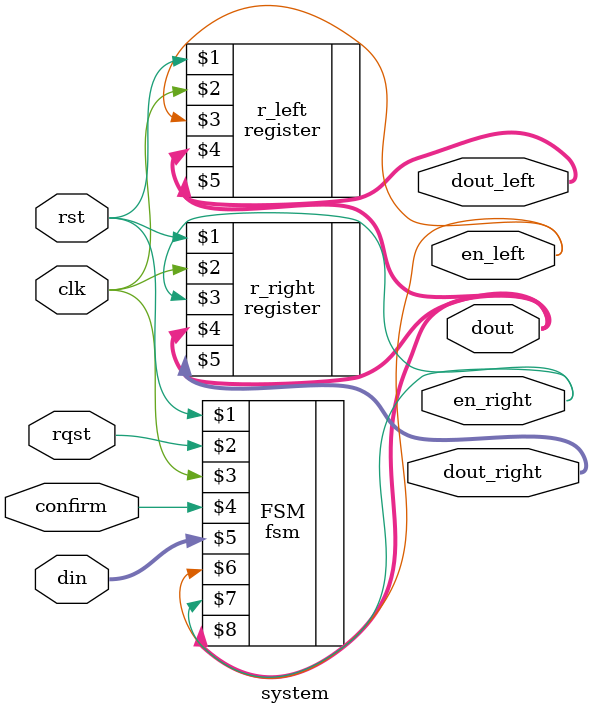
<source format=v>
/*--  *******************************************************
--  Computer Architecture Course, Laboratory Sources 
--  Amirkabir University of Technology (Tehran Polytechnic)
--  Department of Computer Engineering (CE-AUT)
--  https://ce[dot]aut[dot]ac[dot]ir
--  *******************************************************
--  All Rights reserved (C) 2019-2020
--  *******************************************************
--  Student ID  : 9831068
--  Student Name: Farshid Nooshi
--  Student Mail: farshidnooshi726@aut.ac.ir
--  *******************************************************
--  Additional Comments:
--
--*/

/*-----------------------------------------------------------
---  Module Name: Sequential System
---  Description: Lab 10 Part 3
-----------------------------------------------------------*/
`timescale 1 ns/1 ns

module system (
	input        rst ,
	input        rqst,
	input        clk ,
	input     confirm,
	input  [3:0] din ,
	output en_left,
	output en_right,
	output [3:0] dout,
	output [3:0] dout_left ,
	output [3:0] dout_right
);

	/* write your code here */
	
	fsm FSM(rst , rqst, clk, confirm, din, en_left, en_right, dout);
	
	register r_left(rst, clk, en_left, dout, dout_left),
				r_right(rst, clk, en_right, dout, dout_right);
	
	
	/* write your code here */

endmodule
</source>
